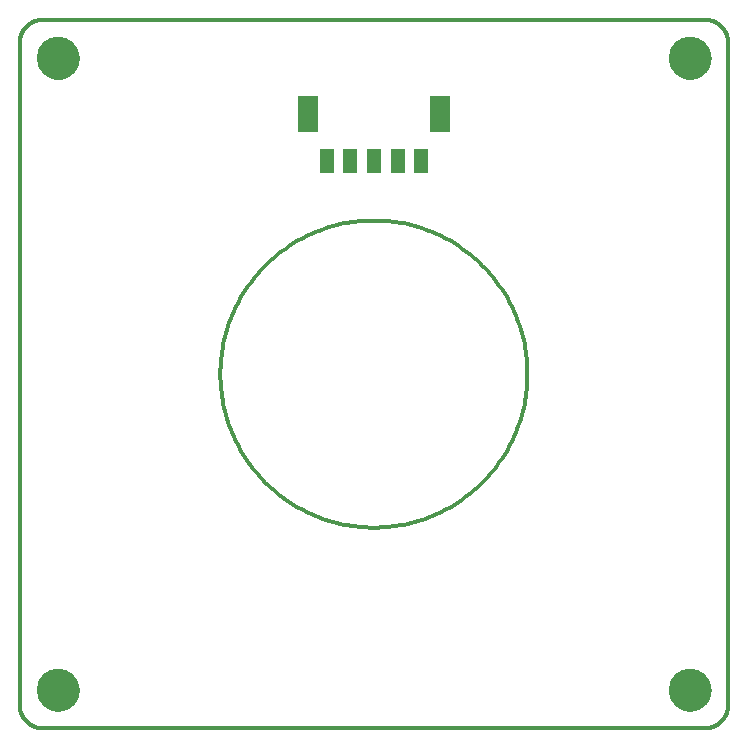
<source format=gbs>
G75*
%MOIN*%
%OFA0B0*%
%FSLAX25Y25*%
%IPPOS*%
%LPD*%
%AMOC8*
5,1,8,0,0,1.08239X$1,22.5*
%
%ADD10C,0.01181*%
%ADD11C,0.00000*%
%ADD12C,0.14180*%
%ADD13R,0.04731X0.08274*%
%ADD14R,0.06699X0.12211*%
D10*
X0009465Y0003031D02*
X0229937Y0003031D01*
X0229937Y0003032D02*
X0230127Y0003034D01*
X0230317Y0003041D01*
X0230507Y0003053D01*
X0230697Y0003069D01*
X0230886Y0003089D01*
X0231075Y0003115D01*
X0231263Y0003144D01*
X0231450Y0003179D01*
X0231636Y0003218D01*
X0231821Y0003261D01*
X0232006Y0003309D01*
X0232189Y0003361D01*
X0232370Y0003417D01*
X0232550Y0003478D01*
X0232729Y0003544D01*
X0232906Y0003613D01*
X0233082Y0003687D01*
X0233255Y0003765D01*
X0233427Y0003848D01*
X0233596Y0003934D01*
X0233764Y0004024D01*
X0233929Y0004119D01*
X0234092Y0004217D01*
X0234252Y0004320D01*
X0234410Y0004426D01*
X0234565Y0004536D01*
X0234718Y0004649D01*
X0234868Y0004767D01*
X0235014Y0004888D01*
X0235158Y0005012D01*
X0235299Y0005140D01*
X0235437Y0005271D01*
X0235572Y0005406D01*
X0235703Y0005544D01*
X0235831Y0005685D01*
X0235955Y0005829D01*
X0236076Y0005975D01*
X0236194Y0006125D01*
X0236307Y0006278D01*
X0236417Y0006433D01*
X0236523Y0006591D01*
X0236626Y0006751D01*
X0236724Y0006914D01*
X0236819Y0007079D01*
X0236909Y0007247D01*
X0236995Y0007416D01*
X0237078Y0007588D01*
X0237156Y0007761D01*
X0237230Y0007937D01*
X0237299Y0008114D01*
X0237365Y0008293D01*
X0237426Y0008473D01*
X0237482Y0008654D01*
X0237534Y0008837D01*
X0237582Y0009022D01*
X0237625Y0009207D01*
X0237664Y0009393D01*
X0237699Y0009580D01*
X0237728Y0009768D01*
X0237754Y0009957D01*
X0237774Y0010146D01*
X0237790Y0010336D01*
X0237802Y0010526D01*
X0237809Y0010716D01*
X0237811Y0010906D01*
X0237811Y0231378D01*
X0237809Y0231568D01*
X0237802Y0231758D01*
X0237790Y0231948D01*
X0237774Y0232138D01*
X0237754Y0232327D01*
X0237728Y0232516D01*
X0237699Y0232704D01*
X0237664Y0232891D01*
X0237625Y0233077D01*
X0237582Y0233262D01*
X0237534Y0233447D01*
X0237482Y0233630D01*
X0237426Y0233811D01*
X0237365Y0233991D01*
X0237299Y0234170D01*
X0237230Y0234347D01*
X0237156Y0234523D01*
X0237078Y0234696D01*
X0236995Y0234868D01*
X0236909Y0235037D01*
X0236819Y0235205D01*
X0236724Y0235370D01*
X0236626Y0235533D01*
X0236523Y0235693D01*
X0236417Y0235851D01*
X0236307Y0236006D01*
X0236194Y0236159D01*
X0236076Y0236309D01*
X0235955Y0236455D01*
X0235831Y0236599D01*
X0235703Y0236740D01*
X0235572Y0236878D01*
X0235437Y0237013D01*
X0235299Y0237144D01*
X0235158Y0237272D01*
X0235014Y0237396D01*
X0234868Y0237517D01*
X0234718Y0237635D01*
X0234565Y0237748D01*
X0234410Y0237858D01*
X0234252Y0237964D01*
X0234092Y0238067D01*
X0233929Y0238165D01*
X0233764Y0238260D01*
X0233596Y0238350D01*
X0233427Y0238436D01*
X0233255Y0238519D01*
X0233082Y0238597D01*
X0232906Y0238671D01*
X0232729Y0238740D01*
X0232550Y0238806D01*
X0232370Y0238867D01*
X0232189Y0238923D01*
X0232006Y0238975D01*
X0231821Y0239023D01*
X0231636Y0239066D01*
X0231450Y0239105D01*
X0231263Y0239140D01*
X0231075Y0239169D01*
X0230886Y0239195D01*
X0230697Y0239215D01*
X0230507Y0239231D01*
X0230317Y0239243D01*
X0230127Y0239250D01*
X0229937Y0239252D01*
X0009465Y0239252D01*
X0009275Y0239250D01*
X0009085Y0239243D01*
X0008895Y0239231D01*
X0008705Y0239215D01*
X0008516Y0239195D01*
X0008327Y0239169D01*
X0008139Y0239140D01*
X0007952Y0239105D01*
X0007766Y0239066D01*
X0007581Y0239023D01*
X0007396Y0238975D01*
X0007213Y0238923D01*
X0007032Y0238867D01*
X0006852Y0238806D01*
X0006673Y0238740D01*
X0006496Y0238671D01*
X0006320Y0238597D01*
X0006147Y0238519D01*
X0005975Y0238436D01*
X0005806Y0238350D01*
X0005638Y0238260D01*
X0005473Y0238165D01*
X0005310Y0238067D01*
X0005150Y0237964D01*
X0004992Y0237858D01*
X0004837Y0237748D01*
X0004684Y0237635D01*
X0004534Y0237517D01*
X0004388Y0237396D01*
X0004244Y0237272D01*
X0004103Y0237144D01*
X0003965Y0237013D01*
X0003830Y0236878D01*
X0003699Y0236740D01*
X0003571Y0236599D01*
X0003447Y0236455D01*
X0003326Y0236309D01*
X0003208Y0236159D01*
X0003095Y0236006D01*
X0002985Y0235851D01*
X0002879Y0235693D01*
X0002776Y0235533D01*
X0002678Y0235370D01*
X0002583Y0235205D01*
X0002493Y0235037D01*
X0002407Y0234868D01*
X0002324Y0234696D01*
X0002246Y0234523D01*
X0002172Y0234347D01*
X0002103Y0234170D01*
X0002037Y0233991D01*
X0001976Y0233811D01*
X0001920Y0233630D01*
X0001868Y0233447D01*
X0001820Y0233262D01*
X0001777Y0233077D01*
X0001738Y0232891D01*
X0001703Y0232704D01*
X0001674Y0232516D01*
X0001648Y0232327D01*
X0001628Y0232138D01*
X0001612Y0231948D01*
X0001600Y0231758D01*
X0001593Y0231568D01*
X0001591Y0231378D01*
X0001591Y0010906D01*
X0001593Y0010716D01*
X0001600Y0010526D01*
X0001612Y0010336D01*
X0001628Y0010146D01*
X0001648Y0009957D01*
X0001674Y0009768D01*
X0001703Y0009580D01*
X0001738Y0009393D01*
X0001777Y0009207D01*
X0001820Y0009022D01*
X0001868Y0008837D01*
X0001920Y0008654D01*
X0001976Y0008473D01*
X0002037Y0008293D01*
X0002103Y0008114D01*
X0002172Y0007937D01*
X0002246Y0007761D01*
X0002324Y0007588D01*
X0002407Y0007416D01*
X0002493Y0007247D01*
X0002583Y0007079D01*
X0002678Y0006914D01*
X0002776Y0006751D01*
X0002879Y0006591D01*
X0002985Y0006433D01*
X0003095Y0006278D01*
X0003208Y0006125D01*
X0003326Y0005975D01*
X0003447Y0005829D01*
X0003571Y0005685D01*
X0003699Y0005544D01*
X0003830Y0005406D01*
X0003965Y0005271D01*
X0004103Y0005140D01*
X0004244Y0005012D01*
X0004388Y0004888D01*
X0004534Y0004767D01*
X0004684Y0004649D01*
X0004837Y0004536D01*
X0004992Y0004426D01*
X0005150Y0004320D01*
X0005310Y0004217D01*
X0005473Y0004119D01*
X0005638Y0004024D01*
X0005806Y0003934D01*
X0005975Y0003848D01*
X0006147Y0003765D01*
X0006320Y0003687D01*
X0006496Y0003613D01*
X0006673Y0003544D01*
X0006852Y0003478D01*
X0007032Y0003417D01*
X0007213Y0003361D01*
X0007396Y0003309D01*
X0007581Y0003261D01*
X0007766Y0003218D01*
X0007952Y0003179D01*
X0008139Y0003144D01*
X0008327Y0003115D01*
X0008516Y0003089D01*
X0008705Y0003069D01*
X0008895Y0003053D01*
X0009085Y0003041D01*
X0009275Y0003034D01*
X0009465Y0003032D01*
X0068520Y0121142D02*
X0068535Y0122398D01*
X0068582Y0123653D01*
X0068659Y0124907D01*
X0068766Y0126159D01*
X0068905Y0127407D01*
X0069074Y0128652D01*
X0069274Y0129892D01*
X0069503Y0131127D01*
X0069764Y0132356D01*
X0070054Y0133578D01*
X0070374Y0134793D01*
X0070724Y0135999D01*
X0071103Y0137197D01*
X0071512Y0138384D01*
X0071949Y0139562D01*
X0072416Y0140728D01*
X0072911Y0141883D01*
X0073434Y0143025D01*
X0073985Y0144154D01*
X0074563Y0145269D01*
X0075169Y0146369D01*
X0075802Y0147454D01*
X0076461Y0148524D01*
X0077146Y0149577D01*
X0077856Y0150612D01*
X0078592Y0151630D01*
X0079353Y0152630D01*
X0080138Y0153611D01*
X0080946Y0154572D01*
X0081778Y0155513D01*
X0082633Y0156433D01*
X0083511Y0157332D01*
X0084410Y0158210D01*
X0085330Y0159065D01*
X0086271Y0159897D01*
X0087232Y0160705D01*
X0088213Y0161490D01*
X0089213Y0162251D01*
X0090231Y0162987D01*
X0091266Y0163697D01*
X0092319Y0164382D01*
X0093389Y0165041D01*
X0094474Y0165674D01*
X0095574Y0166280D01*
X0096689Y0166858D01*
X0097818Y0167409D01*
X0098960Y0167932D01*
X0100115Y0168427D01*
X0101281Y0168894D01*
X0102459Y0169331D01*
X0103646Y0169740D01*
X0104844Y0170119D01*
X0106050Y0170469D01*
X0107265Y0170789D01*
X0108487Y0171079D01*
X0109716Y0171340D01*
X0110951Y0171569D01*
X0112191Y0171769D01*
X0113436Y0171938D01*
X0114684Y0172077D01*
X0115936Y0172184D01*
X0117190Y0172261D01*
X0118445Y0172308D01*
X0119701Y0172323D01*
X0120957Y0172308D01*
X0122212Y0172261D01*
X0123466Y0172184D01*
X0124718Y0172077D01*
X0125966Y0171938D01*
X0127211Y0171769D01*
X0128451Y0171569D01*
X0129686Y0171340D01*
X0130915Y0171079D01*
X0132137Y0170789D01*
X0133352Y0170469D01*
X0134558Y0170119D01*
X0135756Y0169740D01*
X0136943Y0169331D01*
X0138121Y0168894D01*
X0139287Y0168427D01*
X0140442Y0167932D01*
X0141584Y0167409D01*
X0142713Y0166858D01*
X0143828Y0166280D01*
X0144928Y0165674D01*
X0146013Y0165041D01*
X0147083Y0164382D01*
X0148136Y0163697D01*
X0149171Y0162987D01*
X0150189Y0162251D01*
X0151189Y0161490D01*
X0152170Y0160705D01*
X0153131Y0159897D01*
X0154072Y0159065D01*
X0154992Y0158210D01*
X0155891Y0157332D01*
X0156769Y0156433D01*
X0157624Y0155513D01*
X0158456Y0154572D01*
X0159264Y0153611D01*
X0160049Y0152630D01*
X0160810Y0151630D01*
X0161546Y0150612D01*
X0162256Y0149577D01*
X0162941Y0148524D01*
X0163600Y0147454D01*
X0164233Y0146369D01*
X0164839Y0145269D01*
X0165417Y0144154D01*
X0165968Y0143025D01*
X0166491Y0141883D01*
X0166986Y0140728D01*
X0167453Y0139562D01*
X0167890Y0138384D01*
X0168299Y0137197D01*
X0168678Y0135999D01*
X0169028Y0134793D01*
X0169348Y0133578D01*
X0169638Y0132356D01*
X0169899Y0131127D01*
X0170128Y0129892D01*
X0170328Y0128652D01*
X0170497Y0127407D01*
X0170636Y0126159D01*
X0170743Y0124907D01*
X0170820Y0123653D01*
X0170867Y0122398D01*
X0170882Y0121142D01*
X0170867Y0119886D01*
X0170820Y0118631D01*
X0170743Y0117377D01*
X0170636Y0116125D01*
X0170497Y0114877D01*
X0170328Y0113632D01*
X0170128Y0112392D01*
X0169899Y0111157D01*
X0169638Y0109928D01*
X0169348Y0108706D01*
X0169028Y0107491D01*
X0168678Y0106285D01*
X0168299Y0105087D01*
X0167890Y0103900D01*
X0167453Y0102722D01*
X0166986Y0101556D01*
X0166491Y0100401D01*
X0165968Y0099259D01*
X0165417Y0098130D01*
X0164839Y0097015D01*
X0164233Y0095915D01*
X0163600Y0094830D01*
X0162941Y0093760D01*
X0162256Y0092707D01*
X0161546Y0091672D01*
X0160810Y0090654D01*
X0160049Y0089654D01*
X0159264Y0088673D01*
X0158456Y0087712D01*
X0157624Y0086771D01*
X0156769Y0085851D01*
X0155891Y0084952D01*
X0154992Y0084074D01*
X0154072Y0083219D01*
X0153131Y0082387D01*
X0152170Y0081579D01*
X0151189Y0080794D01*
X0150189Y0080033D01*
X0149171Y0079297D01*
X0148136Y0078587D01*
X0147083Y0077902D01*
X0146013Y0077243D01*
X0144928Y0076610D01*
X0143828Y0076004D01*
X0142713Y0075426D01*
X0141584Y0074875D01*
X0140442Y0074352D01*
X0139287Y0073857D01*
X0138121Y0073390D01*
X0136943Y0072953D01*
X0135756Y0072544D01*
X0134558Y0072165D01*
X0133352Y0071815D01*
X0132137Y0071495D01*
X0130915Y0071205D01*
X0129686Y0070944D01*
X0128451Y0070715D01*
X0127211Y0070515D01*
X0125966Y0070346D01*
X0124718Y0070207D01*
X0123466Y0070100D01*
X0122212Y0070023D01*
X0120957Y0069976D01*
X0119701Y0069961D01*
X0118445Y0069976D01*
X0117190Y0070023D01*
X0115936Y0070100D01*
X0114684Y0070207D01*
X0113436Y0070346D01*
X0112191Y0070515D01*
X0110951Y0070715D01*
X0109716Y0070944D01*
X0108487Y0071205D01*
X0107265Y0071495D01*
X0106050Y0071815D01*
X0104844Y0072165D01*
X0103646Y0072544D01*
X0102459Y0072953D01*
X0101281Y0073390D01*
X0100115Y0073857D01*
X0098960Y0074352D01*
X0097818Y0074875D01*
X0096689Y0075426D01*
X0095574Y0076004D01*
X0094474Y0076610D01*
X0093389Y0077243D01*
X0092319Y0077902D01*
X0091266Y0078587D01*
X0090231Y0079297D01*
X0089213Y0080033D01*
X0088213Y0080794D01*
X0087232Y0081579D01*
X0086271Y0082387D01*
X0085330Y0083219D01*
X0084410Y0084074D01*
X0083511Y0084952D01*
X0082633Y0085851D01*
X0081778Y0086771D01*
X0080946Y0087712D01*
X0080138Y0088673D01*
X0079353Y0089654D01*
X0078592Y0090654D01*
X0077856Y0091672D01*
X0077146Y0092707D01*
X0076461Y0093760D01*
X0075802Y0094830D01*
X0075169Y0095915D01*
X0074563Y0097015D01*
X0073985Y0098130D01*
X0073434Y0099259D01*
X0072911Y0100401D01*
X0072416Y0101556D01*
X0071949Y0102722D01*
X0071512Y0103900D01*
X0071103Y0105087D01*
X0070724Y0106285D01*
X0070374Y0107491D01*
X0070054Y0108706D01*
X0069764Y0109928D01*
X0069503Y0111157D01*
X0069274Y0112392D01*
X0069074Y0113632D01*
X0068905Y0114877D01*
X0068766Y0116125D01*
X0068659Y0117377D01*
X0068582Y0118631D01*
X0068535Y0119886D01*
X0068520Y0121142D01*
D11*
X0007496Y0226457D02*
X0007498Y0226626D01*
X0007504Y0226795D01*
X0007515Y0226964D01*
X0007529Y0227132D01*
X0007548Y0227300D01*
X0007571Y0227468D01*
X0007597Y0227635D01*
X0007628Y0227801D01*
X0007663Y0227967D01*
X0007702Y0228131D01*
X0007746Y0228295D01*
X0007793Y0228457D01*
X0007844Y0228618D01*
X0007899Y0228778D01*
X0007958Y0228937D01*
X0008020Y0229094D01*
X0008087Y0229249D01*
X0008158Y0229403D01*
X0008232Y0229555D01*
X0008310Y0229705D01*
X0008391Y0229853D01*
X0008476Y0229999D01*
X0008565Y0230143D01*
X0008657Y0230285D01*
X0008753Y0230424D01*
X0008852Y0230561D01*
X0008954Y0230696D01*
X0009060Y0230828D01*
X0009169Y0230957D01*
X0009281Y0231084D01*
X0009396Y0231208D01*
X0009514Y0231329D01*
X0009635Y0231447D01*
X0009759Y0231562D01*
X0009886Y0231674D01*
X0010015Y0231783D01*
X0010147Y0231889D01*
X0010282Y0231991D01*
X0010419Y0232090D01*
X0010558Y0232186D01*
X0010700Y0232278D01*
X0010844Y0232367D01*
X0010990Y0232452D01*
X0011138Y0232533D01*
X0011288Y0232611D01*
X0011440Y0232685D01*
X0011594Y0232756D01*
X0011749Y0232823D01*
X0011906Y0232885D01*
X0012065Y0232944D01*
X0012225Y0232999D01*
X0012386Y0233050D01*
X0012548Y0233097D01*
X0012712Y0233141D01*
X0012876Y0233180D01*
X0013042Y0233215D01*
X0013208Y0233246D01*
X0013375Y0233272D01*
X0013543Y0233295D01*
X0013711Y0233314D01*
X0013879Y0233328D01*
X0014048Y0233339D01*
X0014217Y0233345D01*
X0014386Y0233347D01*
X0014555Y0233345D01*
X0014724Y0233339D01*
X0014893Y0233328D01*
X0015061Y0233314D01*
X0015229Y0233295D01*
X0015397Y0233272D01*
X0015564Y0233246D01*
X0015730Y0233215D01*
X0015896Y0233180D01*
X0016060Y0233141D01*
X0016224Y0233097D01*
X0016386Y0233050D01*
X0016547Y0232999D01*
X0016707Y0232944D01*
X0016866Y0232885D01*
X0017023Y0232823D01*
X0017178Y0232756D01*
X0017332Y0232685D01*
X0017484Y0232611D01*
X0017634Y0232533D01*
X0017782Y0232452D01*
X0017928Y0232367D01*
X0018072Y0232278D01*
X0018214Y0232186D01*
X0018353Y0232090D01*
X0018490Y0231991D01*
X0018625Y0231889D01*
X0018757Y0231783D01*
X0018886Y0231674D01*
X0019013Y0231562D01*
X0019137Y0231447D01*
X0019258Y0231329D01*
X0019376Y0231208D01*
X0019491Y0231084D01*
X0019603Y0230957D01*
X0019712Y0230828D01*
X0019818Y0230696D01*
X0019920Y0230561D01*
X0020019Y0230424D01*
X0020115Y0230285D01*
X0020207Y0230143D01*
X0020296Y0229999D01*
X0020381Y0229853D01*
X0020462Y0229705D01*
X0020540Y0229555D01*
X0020614Y0229403D01*
X0020685Y0229249D01*
X0020752Y0229094D01*
X0020814Y0228937D01*
X0020873Y0228778D01*
X0020928Y0228618D01*
X0020979Y0228457D01*
X0021026Y0228295D01*
X0021070Y0228131D01*
X0021109Y0227967D01*
X0021144Y0227801D01*
X0021175Y0227635D01*
X0021201Y0227468D01*
X0021224Y0227300D01*
X0021243Y0227132D01*
X0021257Y0226964D01*
X0021268Y0226795D01*
X0021274Y0226626D01*
X0021276Y0226457D01*
X0021274Y0226288D01*
X0021268Y0226119D01*
X0021257Y0225950D01*
X0021243Y0225782D01*
X0021224Y0225614D01*
X0021201Y0225446D01*
X0021175Y0225279D01*
X0021144Y0225113D01*
X0021109Y0224947D01*
X0021070Y0224783D01*
X0021026Y0224619D01*
X0020979Y0224457D01*
X0020928Y0224296D01*
X0020873Y0224136D01*
X0020814Y0223977D01*
X0020752Y0223820D01*
X0020685Y0223665D01*
X0020614Y0223511D01*
X0020540Y0223359D01*
X0020462Y0223209D01*
X0020381Y0223061D01*
X0020296Y0222915D01*
X0020207Y0222771D01*
X0020115Y0222629D01*
X0020019Y0222490D01*
X0019920Y0222353D01*
X0019818Y0222218D01*
X0019712Y0222086D01*
X0019603Y0221957D01*
X0019491Y0221830D01*
X0019376Y0221706D01*
X0019258Y0221585D01*
X0019137Y0221467D01*
X0019013Y0221352D01*
X0018886Y0221240D01*
X0018757Y0221131D01*
X0018625Y0221025D01*
X0018490Y0220923D01*
X0018353Y0220824D01*
X0018214Y0220728D01*
X0018072Y0220636D01*
X0017928Y0220547D01*
X0017782Y0220462D01*
X0017634Y0220381D01*
X0017484Y0220303D01*
X0017332Y0220229D01*
X0017178Y0220158D01*
X0017023Y0220091D01*
X0016866Y0220029D01*
X0016707Y0219970D01*
X0016547Y0219915D01*
X0016386Y0219864D01*
X0016224Y0219817D01*
X0016060Y0219773D01*
X0015896Y0219734D01*
X0015730Y0219699D01*
X0015564Y0219668D01*
X0015397Y0219642D01*
X0015229Y0219619D01*
X0015061Y0219600D01*
X0014893Y0219586D01*
X0014724Y0219575D01*
X0014555Y0219569D01*
X0014386Y0219567D01*
X0014217Y0219569D01*
X0014048Y0219575D01*
X0013879Y0219586D01*
X0013711Y0219600D01*
X0013543Y0219619D01*
X0013375Y0219642D01*
X0013208Y0219668D01*
X0013042Y0219699D01*
X0012876Y0219734D01*
X0012712Y0219773D01*
X0012548Y0219817D01*
X0012386Y0219864D01*
X0012225Y0219915D01*
X0012065Y0219970D01*
X0011906Y0220029D01*
X0011749Y0220091D01*
X0011594Y0220158D01*
X0011440Y0220229D01*
X0011288Y0220303D01*
X0011138Y0220381D01*
X0010990Y0220462D01*
X0010844Y0220547D01*
X0010700Y0220636D01*
X0010558Y0220728D01*
X0010419Y0220824D01*
X0010282Y0220923D01*
X0010147Y0221025D01*
X0010015Y0221131D01*
X0009886Y0221240D01*
X0009759Y0221352D01*
X0009635Y0221467D01*
X0009514Y0221585D01*
X0009396Y0221706D01*
X0009281Y0221830D01*
X0009169Y0221957D01*
X0009060Y0222086D01*
X0008954Y0222218D01*
X0008852Y0222353D01*
X0008753Y0222490D01*
X0008657Y0222629D01*
X0008565Y0222771D01*
X0008476Y0222915D01*
X0008391Y0223061D01*
X0008310Y0223209D01*
X0008232Y0223359D01*
X0008158Y0223511D01*
X0008087Y0223665D01*
X0008020Y0223820D01*
X0007958Y0223977D01*
X0007899Y0224136D01*
X0007844Y0224296D01*
X0007793Y0224457D01*
X0007746Y0224619D01*
X0007702Y0224783D01*
X0007663Y0224947D01*
X0007628Y0225113D01*
X0007597Y0225279D01*
X0007571Y0225446D01*
X0007548Y0225614D01*
X0007529Y0225782D01*
X0007515Y0225950D01*
X0007504Y0226119D01*
X0007498Y0226288D01*
X0007496Y0226457D01*
X0007496Y0015827D02*
X0007498Y0015996D01*
X0007504Y0016165D01*
X0007515Y0016334D01*
X0007529Y0016502D01*
X0007548Y0016670D01*
X0007571Y0016838D01*
X0007597Y0017005D01*
X0007628Y0017171D01*
X0007663Y0017337D01*
X0007702Y0017501D01*
X0007746Y0017665D01*
X0007793Y0017827D01*
X0007844Y0017988D01*
X0007899Y0018148D01*
X0007958Y0018307D01*
X0008020Y0018464D01*
X0008087Y0018619D01*
X0008158Y0018773D01*
X0008232Y0018925D01*
X0008310Y0019075D01*
X0008391Y0019223D01*
X0008476Y0019369D01*
X0008565Y0019513D01*
X0008657Y0019655D01*
X0008753Y0019794D01*
X0008852Y0019931D01*
X0008954Y0020066D01*
X0009060Y0020198D01*
X0009169Y0020327D01*
X0009281Y0020454D01*
X0009396Y0020578D01*
X0009514Y0020699D01*
X0009635Y0020817D01*
X0009759Y0020932D01*
X0009886Y0021044D01*
X0010015Y0021153D01*
X0010147Y0021259D01*
X0010282Y0021361D01*
X0010419Y0021460D01*
X0010558Y0021556D01*
X0010700Y0021648D01*
X0010844Y0021737D01*
X0010990Y0021822D01*
X0011138Y0021903D01*
X0011288Y0021981D01*
X0011440Y0022055D01*
X0011594Y0022126D01*
X0011749Y0022193D01*
X0011906Y0022255D01*
X0012065Y0022314D01*
X0012225Y0022369D01*
X0012386Y0022420D01*
X0012548Y0022467D01*
X0012712Y0022511D01*
X0012876Y0022550D01*
X0013042Y0022585D01*
X0013208Y0022616D01*
X0013375Y0022642D01*
X0013543Y0022665D01*
X0013711Y0022684D01*
X0013879Y0022698D01*
X0014048Y0022709D01*
X0014217Y0022715D01*
X0014386Y0022717D01*
X0014555Y0022715D01*
X0014724Y0022709D01*
X0014893Y0022698D01*
X0015061Y0022684D01*
X0015229Y0022665D01*
X0015397Y0022642D01*
X0015564Y0022616D01*
X0015730Y0022585D01*
X0015896Y0022550D01*
X0016060Y0022511D01*
X0016224Y0022467D01*
X0016386Y0022420D01*
X0016547Y0022369D01*
X0016707Y0022314D01*
X0016866Y0022255D01*
X0017023Y0022193D01*
X0017178Y0022126D01*
X0017332Y0022055D01*
X0017484Y0021981D01*
X0017634Y0021903D01*
X0017782Y0021822D01*
X0017928Y0021737D01*
X0018072Y0021648D01*
X0018214Y0021556D01*
X0018353Y0021460D01*
X0018490Y0021361D01*
X0018625Y0021259D01*
X0018757Y0021153D01*
X0018886Y0021044D01*
X0019013Y0020932D01*
X0019137Y0020817D01*
X0019258Y0020699D01*
X0019376Y0020578D01*
X0019491Y0020454D01*
X0019603Y0020327D01*
X0019712Y0020198D01*
X0019818Y0020066D01*
X0019920Y0019931D01*
X0020019Y0019794D01*
X0020115Y0019655D01*
X0020207Y0019513D01*
X0020296Y0019369D01*
X0020381Y0019223D01*
X0020462Y0019075D01*
X0020540Y0018925D01*
X0020614Y0018773D01*
X0020685Y0018619D01*
X0020752Y0018464D01*
X0020814Y0018307D01*
X0020873Y0018148D01*
X0020928Y0017988D01*
X0020979Y0017827D01*
X0021026Y0017665D01*
X0021070Y0017501D01*
X0021109Y0017337D01*
X0021144Y0017171D01*
X0021175Y0017005D01*
X0021201Y0016838D01*
X0021224Y0016670D01*
X0021243Y0016502D01*
X0021257Y0016334D01*
X0021268Y0016165D01*
X0021274Y0015996D01*
X0021276Y0015827D01*
X0021274Y0015658D01*
X0021268Y0015489D01*
X0021257Y0015320D01*
X0021243Y0015152D01*
X0021224Y0014984D01*
X0021201Y0014816D01*
X0021175Y0014649D01*
X0021144Y0014483D01*
X0021109Y0014317D01*
X0021070Y0014153D01*
X0021026Y0013989D01*
X0020979Y0013827D01*
X0020928Y0013666D01*
X0020873Y0013506D01*
X0020814Y0013347D01*
X0020752Y0013190D01*
X0020685Y0013035D01*
X0020614Y0012881D01*
X0020540Y0012729D01*
X0020462Y0012579D01*
X0020381Y0012431D01*
X0020296Y0012285D01*
X0020207Y0012141D01*
X0020115Y0011999D01*
X0020019Y0011860D01*
X0019920Y0011723D01*
X0019818Y0011588D01*
X0019712Y0011456D01*
X0019603Y0011327D01*
X0019491Y0011200D01*
X0019376Y0011076D01*
X0019258Y0010955D01*
X0019137Y0010837D01*
X0019013Y0010722D01*
X0018886Y0010610D01*
X0018757Y0010501D01*
X0018625Y0010395D01*
X0018490Y0010293D01*
X0018353Y0010194D01*
X0018214Y0010098D01*
X0018072Y0010006D01*
X0017928Y0009917D01*
X0017782Y0009832D01*
X0017634Y0009751D01*
X0017484Y0009673D01*
X0017332Y0009599D01*
X0017178Y0009528D01*
X0017023Y0009461D01*
X0016866Y0009399D01*
X0016707Y0009340D01*
X0016547Y0009285D01*
X0016386Y0009234D01*
X0016224Y0009187D01*
X0016060Y0009143D01*
X0015896Y0009104D01*
X0015730Y0009069D01*
X0015564Y0009038D01*
X0015397Y0009012D01*
X0015229Y0008989D01*
X0015061Y0008970D01*
X0014893Y0008956D01*
X0014724Y0008945D01*
X0014555Y0008939D01*
X0014386Y0008937D01*
X0014217Y0008939D01*
X0014048Y0008945D01*
X0013879Y0008956D01*
X0013711Y0008970D01*
X0013543Y0008989D01*
X0013375Y0009012D01*
X0013208Y0009038D01*
X0013042Y0009069D01*
X0012876Y0009104D01*
X0012712Y0009143D01*
X0012548Y0009187D01*
X0012386Y0009234D01*
X0012225Y0009285D01*
X0012065Y0009340D01*
X0011906Y0009399D01*
X0011749Y0009461D01*
X0011594Y0009528D01*
X0011440Y0009599D01*
X0011288Y0009673D01*
X0011138Y0009751D01*
X0010990Y0009832D01*
X0010844Y0009917D01*
X0010700Y0010006D01*
X0010558Y0010098D01*
X0010419Y0010194D01*
X0010282Y0010293D01*
X0010147Y0010395D01*
X0010015Y0010501D01*
X0009886Y0010610D01*
X0009759Y0010722D01*
X0009635Y0010837D01*
X0009514Y0010955D01*
X0009396Y0011076D01*
X0009281Y0011200D01*
X0009169Y0011327D01*
X0009060Y0011456D01*
X0008954Y0011588D01*
X0008852Y0011723D01*
X0008753Y0011860D01*
X0008657Y0011999D01*
X0008565Y0012141D01*
X0008476Y0012285D01*
X0008391Y0012431D01*
X0008310Y0012579D01*
X0008232Y0012729D01*
X0008158Y0012881D01*
X0008087Y0013035D01*
X0008020Y0013190D01*
X0007958Y0013347D01*
X0007899Y0013506D01*
X0007844Y0013666D01*
X0007793Y0013827D01*
X0007746Y0013989D01*
X0007702Y0014153D01*
X0007663Y0014317D01*
X0007628Y0014483D01*
X0007597Y0014649D01*
X0007571Y0014816D01*
X0007548Y0014984D01*
X0007529Y0015152D01*
X0007515Y0015320D01*
X0007504Y0015489D01*
X0007498Y0015658D01*
X0007496Y0015827D01*
X0218126Y0015827D02*
X0218128Y0015996D01*
X0218134Y0016165D01*
X0218145Y0016334D01*
X0218159Y0016502D01*
X0218178Y0016670D01*
X0218201Y0016838D01*
X0218227Y0017005D01*
X0218258Y0017171D01*
X0218293Y0017337D01*
X0218332Y0017501D01*
X0218376Y0017665D01*
X0218423Y0017827D01*
X0218474Y0017988D01*
X0218529Y0018148D01*
X0218588Y0018307D01*
X0218650Y0018464D01*
X0218717Y0018619D01*
X0218788Y0018773D01*
X0218862Y0018925D01*
X0218940Y0019075D01*
X0219021Y0019223D01*
X0219106Y0019369D01*
X0219195Y0019513D01*
X0219287Y0019655D01*
X0219383Y0019794D01*
X0219482Y0019931D01*
X0219584Y0020066D01*
X0219690Y0020198D01*
X0219799Y0020327D01*
X0219911Y0020454D01*
X0220026Y0020578D01*
X0220144Y0020699D01*
X0220265Y0020817D01*
X0220389Y0020932D01*
X0220516Y0021044D01*
X0220645Y0021153D01*
X0220777Y0021259D01*
X0220912Y0021361D01*
X0221049Y0021460D01*
X0221188Y0021556D01*
X0221330Y0021648D01*
X0221474Y0021737D01*
X0221620Y0021822D01*
X0221768Y0021903D01*
X0221918Y0021981D01*
X0222070Y0022055D01*
X0222224Y0022126D01*
X0222379Y0022193D01*
X0222536Y0022255D01*
X0222695Y0022314D01*
X0222855Y0022369D01*
X0223016Y0022420D01*
X0223178Y0022467D01*
X0223342Y0022511D01*
X0223506Y0022550D01*
X0223672Y0022585D01*
X0223838Y0022616D01*
X0224005Y0022642D01*
X0224173Y0022665D01*
X0224341Y0022684D01*
X0224509Y0022698D01*
X0224678Y0022709D01*
X0224847Y0022715D01*
X0225016Y0022717D01*
X0225185Y0022715D01*
X0225354Y0022709D01*
X0225523Y0022698D01*
X0225691Y0022684D01*
X0225859Y0022665D01*
X0226027Y0022642D01*
X0226194Y0022616D01*
X0226360Y0022585D01*
X0226526Y0022550D01*
X0226690Y0022511D01*
X0226854Y0022467D01*
X0227016Y0022420D01*
X0227177Y0022369D01*
X0227337Y0022314D01*
X0227496Y0022255D01*
X0227653Y0022193D01*
X0227808Y0022126D01*
X0227962Y0022055D01*
X0228114Y0021981D01*
X0228264Y0021903D01*
X0228412Y0021822D01*
X0228558Y0021737D01*
X0228702Y0021648D01*
X0228844Y0021556D01*
X0228983Y0021460D01*
X0229120Y0021361D01*
X0229255Y0021259D01*
X0229387Y0021153D01*
X0229516Y0021044D01*
X0229643Y0020932D01*
X0229767Y0020817D01*
X0229888Y0020699D01*
X0230006Y0020578D01*
X0230121Y0020454D01*
X0230233Y0020327D01*
X0230342Y0020198D01*
X0230448Y0020066D01*
X0230550Y0019931D01*
X0230649Y0019794D01*
X0230745Y0019655D01*
X0230837Y0019513D01*
X0230926Y0019369D01*
X0231011Y0019223D01*
X0231092Y0019075D01*
X0231170Y0018925D01*
X0231244Y0018773D01*
X0231315Y0018619D01*
X0231382Y0018464D01*
X0231444Y0018307D01*
X0231503Y0018148D01*
X0231558Y0017988D01*
X0231609Y0017827D01*
X0231656Y0017665D01*
X0231700Y0017501D01*
X0231739Y0017337D01*
X0231774Y0017171D01*
X0231805Y0017005D01*
X0231831Y0016838D01*
X0231854Y0016670D01*
X0231873Y0016502D01*
X0231887Y0016334D01*
X0231898Y0016165D01*
X0231904Y0015996D01*
X0231906Y0015827D01*
X0231904Y0015658D01*
X0231898Y0015489D01*
X0231887Y0015320D01*
X0231873Y0015152D01*
X0231854Y0014984D01*
X0231831Y0014816D01*
X0231805Y0014649D01*
X0231774Y0014483D01*
X0231739Y0014317D01*
X0231700Y0014153D01*
X0231656Y0013989D01*
X0231609Y0013827D01*
X0231558Y0013666D01*
X0231503Y0013506D01*
X0231444Y0013347D01*
X0231382Y0013190D01*
X0231315Y0013035D01*
X0231244Y0012881D01*
X0231170Y0012729D01*
X0231092Y0012579D01*
X0231011Y0012431D01*
X0230926Y0012285D01*
X0230837Y0012141D01*
X0230745Y0011999D01*
X0230649Y0011860D01*
X0230550Y0011723D01*
X0230448Y0011588D01*
X0230342Y0011456D01*
X0230233Y0011327D01*
X0230121Y0011200D01*
X0230006Y0011076D01*
X0229888Y0010955D01*
X0229767Y0010837D01*
X0229643Y0010722D01*
X0229516Y0010610D01*
X0229387Y0010501D01*
X0229255Y0010395D01*
X0229120Y0010293D01*
X0228983Y0010194D01*
X0228844Y0010098D01*
X0228702Y0010006D01*
X0228558Y0009917D01*
X0228412Y0009832D01*
X0228264Y0009751D01*
X0228114Y0009673D01*
X0227962Y0009599D01*
X0227808Y0009528D01*
X0227653Y0009461D01*
X0227496Y0009399D01*
X0227337Y0009340D01*
X0227177Y0009285D01*
X0227016Y0009234D01*
X0226854Y0009187D01*
X0226690Y0009143D01*
X0226526Y0009104D01*
X0226360Y0009069D01*
X0226194Y0009038D01*
X0226027Y0009012D01*
X0225859Y0008989D01*
X0225691Y0008970D01*
X0225523Y0008956D01*
X0225354Y0008945D01*
X0225185Y0008939D01*
X0225016Y0008937D01*
X0224847Y0008939D01*
X0224678Y0008945D01*
X0224509Y0008956D01*
X0224341Y0008970D01*
X0224173Y0008989D01*
X0224005Y0009012D01*
X0223838Y0009038D01*
X0223672Y0009069D01*
X0223506Y0009104D01*
X0223342Y0009143D01*
X0223178Y0009187D01*
X0223016Y0009234D01*
X0222855Y0009285D01*
X0222695Y0009340D01*
X0222536Y0009399D01*
X0222379Y0009461D01*
X0222224Y0009528D01*
X0222070Y0009599D01*
X0221918Y0009673D01*
X0221768Y0009751D01*
X0221620Y0009832D01*
X0221474Y0009917D01*
X0221330Y0010006D01*
X0221188Y0010098D01*
X0221049Y0010194D01*
X0220912Y0010293D01*
X0220777Y0010395D01*
X0220645Y0010501D01*
X0220516Y0010610D01*
X0220389Y0010722D01*
X0220265Y0010837D01*
X0220144Y0010955D01*
X0220026Y0011076D01*
X0219911Y0011200D01*
X0219799Y0011327D01*
X0219690Y0011456D01*
X0219584Y0011588D01*
X0219482Y0011723D01*
X0219383Y0011860D01*
X0219287Y0011999D01*
X0219195Y0012141D01*
X0219106Y0012285D01*
X0219021Y0012431D01*
X0218940Y0012579D01*
X0218862Y0012729D01*
X0218788Y0012881D01*
X0218717Y0013035D01*
X0218650Y0013190D01*
X0218588Y0013347D01*
X0218529Y0013506D01*
X0218474Y0013666D01*
X0218423Y0013827D01*
X0218376Y0013989D01*
X0218332Y0014153D01*
X0218293Y0014317D01*
X0218258Y0014483D01*
X0218227Y0014649D01*
X0218201Y0014816D01*
X0218178Y0014984D01*
X0218159Y0015152D01*
X0218145Y0015320D01*
X0218134Y0015489D01*
X0218128Y0015658D01*
X0218126Y0015827D01*
X0218126Y0226457D02*
X0218128Y0226626D01*
X0218134Y0226795D01*
X0218145Y0226964D01*
X0218159Y0227132D01*
X0218178Y0227300D01*
X0218201Y0227468D01*
X0218227Y0227635D01*
X0218258Y0227801D01*
X0218293Y0227967D01*
X0218332Y0228131D01*
X0218376Y0228295D01*
X0218423Y0228457D01*
X0218474Y0228618D01*
X0218529Y0228778D01*
X0218588Y0228937D01*
X0218650Y0229094D01*
X0218717Y0229249D01*
X0218788Y0229403D01*
X0218862Y0229555D01*
X0218940Y0229705D01*
X0219021Y0229853D01*
X0219106Y0229999D01*
X0219195Y0230143D01*
X0219287Y0230285D01*
X0219383Y0230424D01*
X0219482Y0230561D01*
X0219584Y0230696D01*
X0219690Y0230828D01*
X0219799Y0230957D01*
X0219911Y0231084D01*
X0220026Y0231208D01*
X0220144Y0231329D01*
X0220265Y0231447D01*
X0220389Y0231562D01*
X0220516Y0231674D01*
X0220645Y0231783D01*
X0220777Y0231889D01*
X0220912Y0231991D01*
X0221049Y0232090D01*
X0221188Y0232186D01*
X0221330Y0232278D01*
X0221474Y0232367D01*
X0221620Y0232452D01*
X0221768Y0232533D01*
X0221918Y0232611D01*
X0222070Y0232685D01*
X0222224Y0232756D01*
X0222379Y0232823D01*
X0222536Y0232885D01*
X0222695Y0232944D01*
X0222855Y0232999D01*
X0223016Y0233050D01*
X0223178Y0233097D01*
X0223342Y0233141D01*
X0223506Y0233180D01*
X0223672Y0233215D01*
X0223838Y0233246D01*
X0224005Y0233272D01*
X0224173Y0233295D01*
X0224341Y0233314D01*
X0224509Y0233328D01*
X0224678Y0233339D01*
X0224847Y0233345D01*
X0225016Y0233347D01*
X0225185Y0233345D01*
X0225354Y0233339D01*
X0225523Y0233328D01*
X0225691Y0233314D01*
X0225859Y0233295D01*
X0226027Y0233272D01*
X0226194Y0233246D01*
X0226360Y0233215D01*
X0226526Y0233180D01*
X0226690Y0233141D01*
X0226854Y0233097D01*
X0227016Y0233050D01*
X0227177Y0232999D01*
X0227337Y0232944D01*
X0227496Y0232885D01*
X0227653Y0232823D01*
X0227808Y0232756D01*
X0227962Y0232685D01*
X0228114Y0232611D01*
X0228264Y0232533D01*
X0228412Y0232452D01*
X0228558Y0232367D01*
X0228702Y0232278D01*
X0228844Y0232186D01*
X0228983Y0232090D01*
X0229120Y0231991D01*
X0229255Y0231889D01*
X0229387Y0231783D01*
X0229516Y0231674D01*
X0229643Y0231562D01*
X0229767Y0231447D01*
X0229888Y0231329D01*
X0230006Y0231208D01*
X0230121Y0231084D01*
X0230233Y0230957D01*
X0230342Y0230828D01*
X0230448Y0230696D01*
X0230550Y0230561D01*
X0230649Y0230424D01*
X0230745Y0230285D01*
X0230837Y0230143D01*
X0230926Y0229999D01*
X0231011Y0229853D01*
X0231092Y0229705D01*
X0231170Y0229555D01*
X0231244Y0229403D01*
X0231315Y0229249D01*
X0231382Y0229094D01*
X0231444Y0228937D01*
X0231503Y0228778D01*
X0231558Y0228618D01*
X0231609Y0228457D01*
X0231656Y0228295D01*
X0231700Y0228131D01*
X0231739Y0227967D01*
X0231774Y0227801D01*
X0231805Y0227635D01*
X0231831Y0227468D01*
X0231854Y0227300D01*
X0231873Y0227132D01*
X0231887Y0226964D01*
X0231898Y0226795D01*
X0231904Y0226626D01*
X0231906Y0226457D01*
X0231904Y0226288D01*
X0231898Y0226119D01*
X0231887Y0225950D01*
X0231873Y0225782D01*
X0231854Y0225614D01*
X0231831Y0225446D01*
X0231805Y0225279D01*
X0231774Y0225113D01*
X0231739Y0224947D01*
X0231700Y0224783D01*
X0231656Y0224619D01*
X0231609Y0224457D01*
X0231558Y0224296D01*
X0231503Y0224136D01*
X0231444Y0223977D01*
X0231382Y0223820D01*
X0231315Y0223665D01*
X0231244Y0223511D01*
X0231170Y0223359D01*
X0231092Y0223209D01*
X0231011Y0223061D01*
X0230926Y0222915D01*
X0230837Y0222771D01*
X0230745Y0222629D01*
X0230649Y0222490D01*
X0230550Y0222353D01*
X0230448Y0222218D01*
X0230342Y0222086D01*
X0230233Y0221957D01*
X0230121Y0221830D01*
X0230006Y0221706D01*
X0229888Y0221585D01*
X0229767Y0221467D01*
X0229643Y0221352D01*
X0229516Y0221240D01*
X0229387Y0221131D01*
X0229255Y0221025D01*
X0229120Y0220923D01*
X0228983Y0220824D01*
X0228844Y0220728D01*
X0228702Y0220636D01*
X0228558Y0220547D01*
X0228412Y0220462D01*
X0228264Y0220381D01*
X0228114Y0220303D01*
X0227962Y0220229D01*
X0227808Y0220158D01*
X0227653Y0220091D01*
X0227496Y0220029D01*
X0227337Y0219970D01*
X0227177Y0219915D01*
X0227016Y0219864D01*
X0226854Y0219817D01*
X0226690Y0219773D01*
X0226526Y0219734D01*
X0226360Y0219699D01*
X0226194Y0219668D01*
X0226027Y0219642D01*
X0225859Y0219619D01*
X0225691Y0219600D01*
X0225523Y0219586D01*
X0225354Y0219575D01*
X0225185Y0219569D01*
X0225016Y0219567D01*
X0224847Y0219569D01*
X0224678Y0219575D01*
X0224509Y0219586D01*
X0224341Y0219600D01*
X0224173Y0219619D01*
X0224005Y0219642D01*
X0223838Y0219668D01*
X0223672Y0219699D01*
X0223506Y0219734D01*
X0223342Y0219773D01*
X0223178Y0219817D01*
X0223016Y0219864D01*
X0222855Y0219915D01*
X0222695Y0219970D01*
X0222536Y0220029D01*
X0222379Y0220091D01*
X0222224Y0220158D01*
X0222070Y0220229D01*
X0221918Y0220303D01*
X0221768Y0220381D01*
X0221620Y0220462D01*
X0221474Y0220547D01*
X0221330Y0220636D01*
X0221188Y0220728D01*
X0221049Y0220824D01*
X0220912Y0220923D01*
X0220777Y0221025D01*
X0220645Y0221131D01*
X0220516Y0221240D01*
X0220389Y0221352D01*
X0220265Y0221467D01*
X0220144Y0221585D01*
X0220026Y0221706D01*
X0219911Y0221830D01*
X0219799Y0221957D01*
X0219690Y0222086D01*
X0219584Y0222218D01*
X0219482Y0222353D01*
X0219383Y0222490D01*
X0219287Y0222629D01*
X0219195Y0222771D01*
X0219106Y0222915D01*
X0219021Y0223061D01*
X0218940Y0223209D01*
X0218862Y0223359D01*
X0218788Y0223511D01*
X0218717Y0223665D01*
X0218650Y0223820D01*
X0218588Y0223977D01*
X0218529Y0224136D01*
X0218474Y0224296D01*
X0218423Y0224457D01*
X0218376Y0224619D01*
X0218332Y0224783D01*
X0218293Y0224947D01*
X0218258Y0225113D01*
X0218227Y0225279D01*
X0218201Y0225446D01*
X0218178Y0225614D01*
X0218159Y0225782D01*
X0218145Y0225950D01*
X0218134Y0226119D01*
X0218128Y0226288D01*
X0218126Y0226457D01*
D12*
X0225016Y0226457D03*
X0014386Y0226457D03*
X0014386Y0015827D03*
X0225016Y0015827D03*
D13*
X0135449Y0192008D03*
X0127575Y0192008D03*
X0119701Y0192008D03*
X0111827Y0192008D03*
X0103953Y0192008D03*
D14*
X0097654Y0207756D03*
X0141748Y0207756D03*
M02*

</source>
